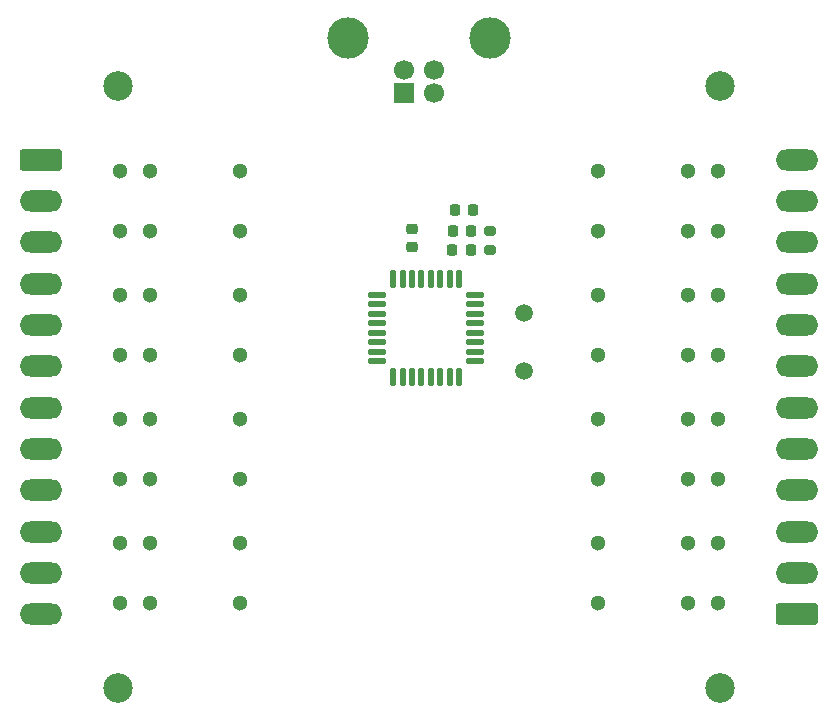
<source format=gbr>
%TF.GenerationSoftware,KiCad,Pcbnew,7.99.0-unknown-c06cea2fe9~166~ubuntu22.04.1*%
%TF.CreationDate,2023-02-26T22:53:06+01:00*%
%TF.ProjectId,FT245 relay,46543234-3520-4726-956c-61792e6b6963,rev?*%
%TF.SameCoordinates,Original*%
%TF.FileFunction,Soldermask,Top*%
%TF.FilePolarity,Negative*%
%FSLAX46Y46*%
G04 Gerber Fmt 4.6, Leading zero omitted, Abs format (unit mm)*
G04 Created by KiCad (PCBNEW 7.99.0-unknown-c06cea2fe9~166~ubuntu22.04.1) date 2023-02-26 22:53:06*
%MOMM*%
%LPD*%
G01*
G04 APERTURE LIST*
G04 Aperture macros list*
%AMRoundRect*
0 Rectangle with rounded corners*
0 $1 Rounding radius*
0 $2 $3 $4 $5 $6 $7 $8 $9 X,Y pos of 4 corners*
0 Add a 4 corners polygon primitive as box body*
4,1,4,$2,$3,$4,$5,$6,$7,$8,$9,$2,$3,0*
0 Add four circle primitives for the rounded corners*
1,1,$1+$1,$2,$3*
1,1,$1+$1,$4,$5*
1,1,$1+$1,$6,$7*
1,1,$1+$1,$8,$9*
0 Add four rect primitives between the rounded corners*
20,1,$1+$1,$2,$3,$4,$5,0*
20,1,$1+$1,$4,$5,$6,$7,0*
20,1,$1+$1,$6,$7,$8,$9,0*
20,1,$1+$1,$8,$9,$2,$3,0*%
G04 Aperture macros list end*
%ADD10C,2.500000*%
%ADD11RoundRect,0.125000X-0.125000X0.625000X-0.125000X-0.625000X0.125000X-0.625000X0.125000X0.625000X0*%
%ADD12RoundRect,0.125000X-0.625000X0.125000X-0.625000X-0.125000X0.625000X-0.125000X0.625000X0.125000X0*%
%ADD13RoundRect,0.218750X0.218750X0.256250X-0.218750X0.256250X-0.218750X-0.256250X0.218750X-0.256250X0*%
%ADD14RoundRect,0.225000X0.225000X0.250000X-0.225000X0.250000X-0.225000X-0.250000X0.225000X-0.250000X0*%
%ADD15C,1.300000*%
%ADD16R,1.700000X1.700000*%
%ADD17C,1.700000*%
%ADD18C,3.500000*%
%ADD19C,1.500000*%
%ADD20RoundRect,0.225000X0.250000X-0.225000X0.250000X0.225000X-0.250000X0.225000X-0.250000X-0.225000X0*%
%ADD21RoundRect,0.250000X1.550000X-0.650000X1.550000X0.650000X-1.550000X0.650000X-1.550000X-0.650000X0*%
%ADD22O,3.600000X1.800000*%
%ADD23RoundRect,0.200000X-0.275000X0.200000X-0.275000X-0.200000X0.275000X-0.200000X0.275000X0.200000X0*%
%ADD24RoundRect,0.250000X-1.550000X0.650000X-1.550000X-0.650000X1.550000X-0.650000X1.550000X0.650000X0*%
G04 APERTURE END LIST*
D10*
%TO.C,REF\u002A\u002A*%
X-25500000Y25500000D03*
X-25500000Y25500000D03*
X-25500000Y-25500000D03*
X-25500000Y-25500000D03*
X25500000Y25500000D03*
X25500000Y25500000D03*
X25500000Y-25500000D03*
X25500000Y-25500000D03*
%TD*%
D11*
%TO.C,U1*%
X3390000Y9155000D03*
X2590000Y9155000D03*
X1790000Y9155000D03*
X990000Y9155000D03*
X190000Y9155000D03*
X-610000Y9155000D03*
X-1410000Y9155000D03*
X-2210000Y9155000D03*
D12*
X-3585000Y7780000D03*
X-3585000Y6980000D03*
X-3585000Y6180000D03*
X-3585000Y5380000D03*
X-3585000Y4580000D03*
X-3585000Y3780000D03*
X-3585000Y2980000D03*
X-3585000Y2180000D03*
D11*
X-2210000Y805000D03*
X-1410000Y805000D03*
X-610000Y805000D03*
X190000Y805000D03*
X990000Y805000D03*
X1790000Y805000D03*
X2590000Y805000D03*
X3390000Y805000D03*
D12*
X4765000Y2180000D03*
X4765000Y2980000D03*
X4765000Y3780000D03*
X4765000Y4580000D03*
X4765000Y5380000D03*
X4765000Y6180000D03*
X4765000Y6980000D03*
X4765000Y7780000D03*
%TD*%
D13*
%TO.C,L1*%
X4387500Y11600000D03*
X2812500Y11600000D03*
%TD*%
D14*
%TO.C,C6*%
X4375000Y13200000D03*
X2825000Y13200000D03*
%TD*%
D15*
%TO.C,K8*%
X25310000Y-13210000D03*
X22770000Y-13210000D03*
X15150000Y-13210000D03*
X15150000Y-18290000D03*
X22770000Y-18290000D03*
X25310000Y-18290000D03*
%TD*%
%TO.C,K7*%
X25310000Y-2710000D03*
X22770000Y-2710000D03*
X15150000Y-2710000D03*
X15150000Y-7790000D03*
X22770000Y-7790000D03*
X25310000Y-7790000D03*
%TD*%
%TO.C,K6*%
X25310000Y7790000D03*
X22770000Y7790000D03*
X15150000Y7790000D03*
X15150000Y2710000D03*
X22770000Y2710000D03*
X25310000Y2710000D03*
%TD*%
%TO.C,K5*%
X25310000Y18290000D03*
X22770000Y18290000D03*
X15150000Y18290000D03*
X15150000Y13210000D03*
X22770000Y13210000D03*
X25310000Y13210000D03*
%TD*%
%TO.C,K4*%
X-25310000Y13210000D03*
X-22770000Y13210000D03*
X-15150000Y13210000D03*
X-15150000Y18290000D03*
X-22770000Y18290000D03*
X-25310000Y18290000D03*
%TD*%
%TO.C,K3*%
X-25310000Y2710000D03*
X-22770000Y2710000D03*
X-15150000Y2710000D03*
X-15150000Y7790000D03*
X-22770000Y7790000D03*
X-25310000Y7790000D03*
%TD*%
%TO.C,K2*%
X-25310000Y-7790000D03*
X-22770000Y-7790000D03*
X-15150000Y-7790000D03*
X-15150000Y-2710000D03*
X-22770000Y-2710000D03*
X-25310000Y-2710000D03*
%TD*%
%TO.C,K1*%
X-25310000Y-18290000D03*
X-22770000Y-18290000D03*
X-15150000Y-18290000D03*
X-15150000Y-13210000D03*
X-22770000Y-13210000D03*
X-25310000Y-13210000D03*
%TD*%
D16*
%TO.C,J1*%
X-1249999Y24842499D03*
D17*
X1250000Y24842500D03*
X1250000Y26842500D03*
X-1250000Y26842500D03*
D18*
X-6020000Y29552500D03*
X6020000Y29552500D03*
%TD*%
D19*
%TO.C,Y1*%
X8910000Y6230000D03*
X8910000Y1350000D03*
%TD*%
D14*
%TO.C,C3*%
X4575000Y15000000D03*
X3025000Y15000000D03*
%TD*%
D20*
%TO.C,C2*%
X-600000Y11825000D03*
X-600000Y13375000D03*
%TD*%
D21*
%TO.C,J2*%
X32000000Y-19250000D03*
D22*
X31999999Y-15749999D03*
X31999999Y-12249999D03*
X31999999Y-8749999D03*
X31999999Y-5249999D03*
X31999999Y-1749999D03*
X31999999Y1749999D03*
X31999999Y5249999D03*
X31999999Y8749999D03*
X31999999Y12249999D03*
X31999999Y15749999D03*
X31999999Y19249999D03*
%TD*%
D23*
%TO.C,R3*%
X6000000Y13225000D03*
X6000000Y11575000D03*
%TD*%
D24*
%TO.C,J3*%
X-32000000Y19250000D03*
D22*
X-31999999Y15749999D03*
X-31999999Y12249999D03*
X-31999999Y8749999D03*
X-31999999Y5249999D03*
X-31999999Y1749999D03*
X-31999999Y-1749999D03*
X-31999999Y-5249999D03*
X-31999999Y-8749999D03*
X-31999999Y-12249999D03*
X-31999999Y-15749999D03*
X-31999999Y-19249999D03*
%TD*%
M02*

</source>
